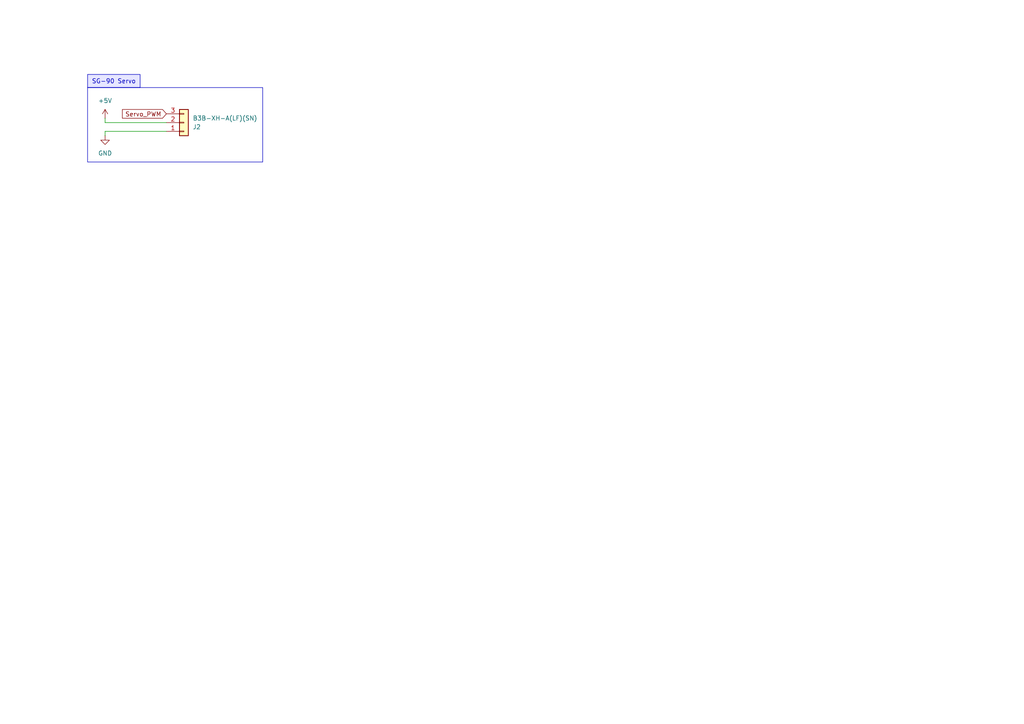
<source format=kicad_sch>
(kicad_sch (version 20250114) (generator "eeschema") (generator_version "9.0")
  (paper "A4")
  (lib_symbols
    (symbol "Connector_Generic:Conn_01x03" (pin_names (offset 1.016) (hide yes))
      (property "Reference" "J" (at 0 5.08 0))
      (property "Value" "Conn_01x03" (at 0 -5.08 0))
      (symbol "Conn_01x03_1_1"
        (rectangle (start -1.27 3.81) (end 1.27 -3.81) (stroke (width 0.254)) (fill (type background)))
        (rectangle (start -1.27 2.667) (end 0 2.413) (stroke (width 0.1524)))
        (rectangle (start -1.27 0.127) (end 0 -0.127) (stroke (width 0.1524)))
        (rectangle (start -1.27 -2.413) (end 0 -2.667) (stroke (width 0.1524)))
        (pin passive line (at -5.08 2.54 0) (length 3.81) (name "Pin_1") (number "1"))
        (pin passive line (at -5.08 0 0) (length 3.81) (name "Pin_2") (number "2"))
        (pin passive line (at -5.08 -2.54 0) (length 3.81) (name "Pin_3") (number "3"))
      )
    )
    (symbol "power:+5V" (power) (pin_numbers (hide yes)) (pin_names (offset 0) (hide yes))
      (property "Value" "+5V" (at 0 3.556 0))
      (symbol "+5V_0_1"
        (polyline (pts (xy -0.762 1.27) (xy 0 2.54)))
        (polyline (pts (xy 0 2.54) (xy 0.762 1.27)))
        (polyline (pts (xy 0 0) (xy 0 2.54)))
      )
      (symbol "+5V_1_1"
        (pin power_in line (at 0 0 90) (length 0) (name "~") (number "1"))
      )
    )
    (symbol "power:GND" (power) (pin_numbers (hide yes)) (pin_names (offset 0) (hide yes))
      (property "Value" "GND" (at 0 -3.81 0))
      (symbol "GND_0_1"
        (polyline (pts (xy 0 0) (xy 0 -1.27) (xy 1.27 -1.27) (xy 0 -2.54) (xy -1.27 -1.27) (xy 0 -1.27)))
      )
      (symbol "GND_1_1"
        (pin power_in line (at 0 0 270) (length 0) (name "~") (number "1"))
      )
    )
  )
  (rectangle (start 25.4 25.4) (end 76.2 46.99))
  (text_box "SG-90 Servo" (at 25.4 21.59 0) (size 15.24 3.81) (margins 0.9525 0.9525 0.9525 0.9525) (fill (type color) (color 0 0 255 0.1)) (effects (font (size 1.27 1.27))))
  (wire (pts (xy 30.48 38.1) (xy 30.48 39.37)))
  (wire (pts (xy 30.48 35.56) (xy 48.26 35.56)))
  (wire (pts (xy 48.26 38.1) (xy 30.48 38.1)))
  (wire (pts (xy 30.48 34.29) (xy 30.48 35.56)))
  (global_label "Servo_PWM" (shape input) (at 48.26 33.02 180) (property "Intersheetrefs" "${INTERSHEET_REFS}" (effects (hide yes))))
  (symbol (lib_id "power:GND") (at 30.48 39.37 0) (unit 1)
    (property "Reference" "#PWR024" (effects (hide yes)))
    (property "Value" "GND" (at 30.48 44.45 0))
    (property "Description" "Power symbol creates a global label with name \"GND\" , ground" (effects (hide yes)))
  )
  (symbol (lib_id "Connector_Generic:Conn_01x03") (at 53.34 35.56 0) (mirror x) (unit 1)
    (property "Reference" "J2" (at 55.88 36.8301 0) (effects (justify left)))
    (property "Value" "B3B-XH-A(LF)(SN)" (at 55.88 34.2901 0) (effects (justify left)))
    (property "Footprint" "Connector_JST:JST_XH_B3B-XH-A_1x03_P2.50mm_Vertical" (effects (hide yes)))
    (property "Description" "Generic connector, single row, 01x03, script generated (kicad-library-utils/schlib/autogen/connector/)" (effects (hide yes)))
  )
  (symbol (lib_id "power:+5V") (at 30.48 34.29 0) (unit 1)
    (property "Reference" "#PWR026" (effects (hide yes)))
    (property "Value" "+5V" (at 30.48 29.21 0))
    (property "Description" "Power symbol creates a global label with name \"+5V\"" (effects (hide yes)))
  )
)
</source>
